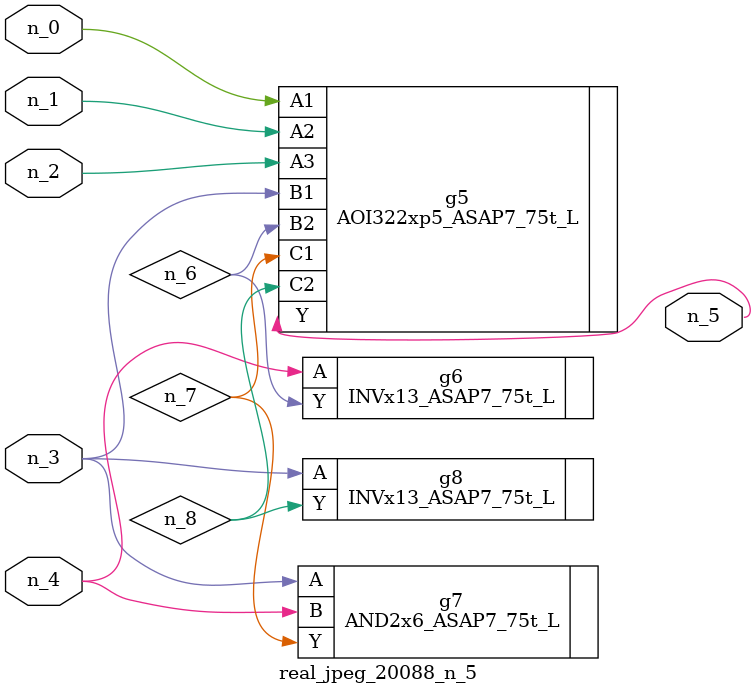
<source format=v>
module real_jpeg_20088_n_5 (n_4, n_0, n_1, n_2, n_3, n_5);

input n_4;
input n_0;
input n_1;
input n_2;
input n_3;

output n_5;

wire n_8;
wire n_6;
wire n_7;

AOI322xp5_ASAP7_75t_L g5 ( 
.A1(n_0),
.A2(n_1),
.A3(n_2),
.B1(n_3),
.B2(n_6),
.C1(n_7),
.C2(n_8),
.Y(n_5)
);

AND2x6_ASAP7_75t_L g7 ( 
.A(n_3),
.B(n_4),
.Y(n_7)
);

INVx13_ASAP7_75t_L g8 ( 
.A(n_3),
.Y(n_8)
);

INVx13_ASAP7_75t_L g6 ( 
.A(n_4),
.Y(n_6)
);


endmodule
</source>
